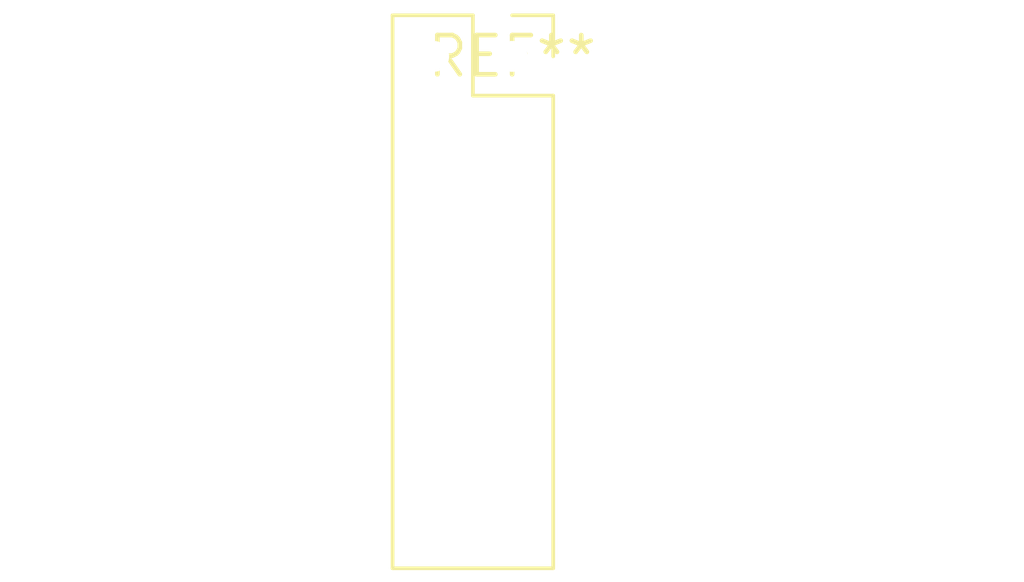
<source format=kicad_pcb>
(kicad_pcb (version 20240108) (generator pcbnew)
  (layers (0 "F.Cu" signal) (31 "B.Cu" signal) (34 "B.Paste" user) (35 "F.Paste" user) (36 "B.SilkS" user "B.Silkscreen") (37 "F.SilkS" user "F.Silkscreen") (38 "B.Mask" user) (39 "F.Mask" user) (44 "Edge.Cuts" user))
  (net 0 "")
  (footprint "PinSocket_2x07_P2.54mm_Vertical" (layer "F.Cu") (at 0 0)
    (property "Reference" "REF**")
    (property "Value" "PinSocket_2x07_P2.54mm_Vertical")
    (fp_line (start -3.87 -1.33) (end -3.87 16.57) (layer "F.SilkS") (stroke (width 0.12)))
    (fp_line (start -3.87 -1.33) (end -1.27 -1.33) (layer "F.SilkS") (stroke (width 0.12)))
    (fp_line (start -3.87 16.57) (end 1.33 16.57) (layer "F.SilkS") (stroke (width 0.12)))
    (fp_line (start -1.27 -1.33) (end -1.27 1.27) (layer "F.SilkS") (stroke (width 0.12)))
    (fp_line (start -1.27 1.27) (end 1.33 1.27) (layer "F.SilkS") (stroke (width 0.12)))
    (fp_line (start 0 -1.33) (end 1.33 -1.33) (layer "F.SilkS") (stroke (width 0.12)))
    (fp_line (start 1.33 -1.33) (end 1.33 0) (layer "F.SilkS") (stroke (width 0.12)))
    (fp_line (start 1.33 1.27) (end 1.33 16.57) (layer "F.SilkS") (stroke (width 0.12)))
    (pad "1" thru_hole rect (at 0 0) (size 1.7 1.7) (drill 1) (layers *.Cu *.Mask) (remove_unused_layers))
    (pad "2" thru_hole oval (at -2.54 0) (size 1.7 1.7) (drill 1) (layers *.Cu *.Mask) (remove_unused_layers))
    (pad "3" thru_hole oval (at 0 2.54) (size 1.7 1.7) (drill 1) (layers *.Cu *.Mask) (remove_unused_layers))
    (pad "4" thru_hole oval (at -2.54 2.54) (size 1.7 1.7) (drill 1) (layers *.Cu *.Mask) (remove_unused_layers))
    (pad "5" thru_hole oval (at 0 5.08) (size 1.7 1.7) (drill 1) (layers *.Cu *.Mask) (remove_unused_layers))
    (pad "6" thru_hole oval (at -2.54 5.08) (size 1.7 1.7) (drill 1) (layers *.Cu *.Mask) (remove_unused_layers))
    (pad "7" thru_hole oval (at 0 7.62) (size 1.7 1.7) (drill 1) (layers *.Cu *.Mask) (remove_unused_layers))
    (pad "8" thru_hole oval (at -2.54 7.62) (size 1.7 1.7) (drill 1) (layers *.Cu *.Mask) (remove_unused_layers))
    (pad "9" thru_hole oval (at 0 10.16) (size 1.7 1.7) (drill 1) (layers *.Cu *.Mask) (remove_unused_layers))
    (pad "10" thru_hole oval (at -2.54 10.16) (size 1.7 1.7) (drill 1) (layers *.Cu *.Mask) (remove_unused_layers))
    (pad "11" thru_hole oval (at 0 12.7) (size 1.7 1.7) (drill 1) (layers *.Cu *.Mask) (remove_unused_layers))
    (pad "12" thru_hole oval (at -2.54 12.7) (size 1.7 1.7) (drill 1) (layers *.Cu *.Mask) (remove_unused_layers))
    (pad "13" thru_hole oval (at 0 15.24) (size 1.7 1.7) (drill 1) (layers *.Cu *.Mask) (remove_unused_layers))
    (pad "14" thru_hole oval (at -2.54 15.24) (size 1.7 1.7) (drill 1) (layers *.Cu *.Mask) (remove_unused_layers))
  )
)
</source>
